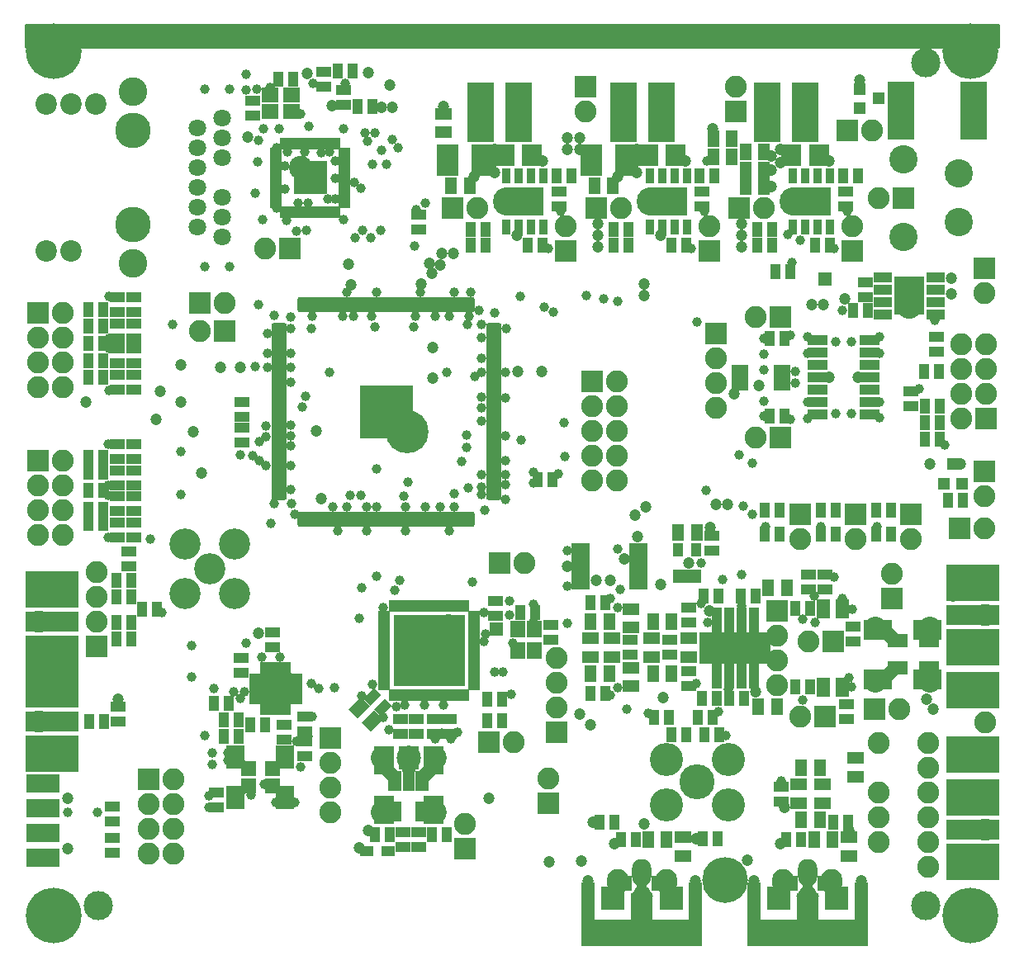
<source format=gbr>
G04 #@! TF.FileFunction,Soldermask,Top*
%FSLAX46Y46*%
G04 Gerber Fmt 4.6, Leading zero omitted, Abs format (unit mm)*
G04 Created by KiCad (PCBNEW 4.0.4-stable) date 11/03/16 20:40:00*
%MOMM*%
%LPD*%
G01*
G04 APERTURE LIST*
%ADD10C,0.100000*%
%ADD11R,1.543000X1.035000*%
%ADD12C,2.100000*%
%ADD13C,0.900000*%
%ADD14R,1.400000X1.400000*%
%ADD15R,0.650000X1.200000*%
%ADD16R,1.200000X0.650000*%
%ADD17R,3.200000X3.200000*%
%ADD18C,3.400000*%
%ADD19R,2.900000X2.900000*%
%ADD20R,7.400000X7.400000*%
%ADD21R,1.000000X2.600000*%
%ADD22R,7.400000X3.340000*%
%ADD23R,0.910000X1.500000*%
%ADD24R,3.900000X3.000000*%
%ADD25C,2.900000*%
%ADD26O,1.600000X0.680000*%
%ADD27O,0.680000X1.600000*%
%ADD28C,4.400000*%
%ADD29R,5.400000X5.400000*%
%ADD30R,3.400000X3.400000*%
%ADD31C,2.400000*%
%ADD32R,1.330000X1.330000*%
%ADD33R,1.035000X1.543000*%
%ADD34R,2.250000X2.250000*%
%ADD35C,2.250000*%
%ADD36R,2.000000X1.000000*%
%ADD37R,1.750000X0.800000*%
%ADD38R,1.850000X0.850000*%
%ADD39R,1.000000X1.450000*%
%ADD40R,1.289000X1.797000*%
%ADD41R,1.200000X1.300000*%
%ADD42R,2.800000X6.100000*%
%ADD43R,2.000000X2.200000*%
%ADD44R,1.300000X1.200000*%
%ADD45R,2.700000X6.000000*%
%ADD46R,1.797000X1.289000*%
%ADD47R,2.940000X2.050000*%
%ADD48R,2.050000X1.415000*%
%ADD49C,2.200000*%
%ADD50R,1.400000X0.800000*%
%ADD51C,3.600000*%
%ADD52R,1.400760X0.999440*%
%ADD53R,2.050000X2.940000*%
%ADD54R,1.415000X2.050000*%
%ADD55R,1.160000X2.050000*%
%ADD56R,2.050000X2.400000*%
%ADD57C,2.500000*%
%ADD58R,1.600000X1.800000*%
%ADD59R,2.178000X3.194000*%
%ADD60C,3.200000*%
%ADD61R,1.600000X1.600000*%
%ADD62R,1.950000X2.350000*%
%ADD63R,3.400000X1.900000*%
%ADD64C,1.800000*%
%ADD65C,3.650000*%
%ADD66C,2.940000*%
%ADD67C,3.000000*%
%ADD68R,1.800000X1.600000*%
%ADD69C,1.200000*%
%ADD70R,5.400000X2.000000*%
%ADD71R,5.400000X3.700000*%
%ADD72R,1.900000X1.050000*%
%ADD73R,3.100000X4.000000*%
%ADD74C,5.700000*%
%ADD75C,4.700000*%
%ADD76R,12.400000X2.800000*%
%ADD77R,1.100000X1.650000*%
%ADD78O,2.200000X2.600000*%
%ADD79O,2.000000X2.800000*%
%ADD80R,2.400000X2.400000*%
%ADD81R,1.400000X4.400000*%
%ADD82R,1.100000X1.800000*%
%ADD83R,2.300000X4.680000*%
%ADD84C,1.000000*%
%ADD85C,0.254000*%
G04 APERTURE END LIST*
D10*
D11*
X25400000Y-67938000D03*
X25400000Y-69462000D03*
D12*
X25255000Y-74220715D03*
D13*
X26755000Y-74720715D03*
X26755000Y-72720715D03*
X26755000Y-73820715D03*
X25655000Y-72720715D03*
X24755000Y-72720715D03*
D14*
X26455000Y-73020715D03*
X26455000Y-74420715D03*
X25055000Y-73020715D03*
D15*
X24505000Y-75820715D03*
X25005000Y-75820715D03*
X25505000Y-75820715D03*
X26005000Y-75820715D03*
X26505000Y-75820715D03*
X27005000Y-75820715D03*
D16*
X27855000Y-74970715D03*
X27855000Y-74470715D03*
X27855000Y-73970715D03*
X27855000Y-73470715D03*
X27855000Y-72970715D03*
X27855000Y-72470715D03*
D15*
X27005000Y-71620715D03*
X26505000Y-71620715D03*
X26005000Y-71620715D03*
X25505000Y-71620715D03*
X25005000Y-71620715D03*
X24505000Y-71620715D03*
D16*
X23655000Y-72470715D03*
X23655000Y-72970715D03*
X23655000Y-73470715D03*
X23655000Y-73970715D03*
X23655000Y-74470715D03*
X23655000Y-74970715D03*
D17*
X25755000Y-73720715D03*
D14*
X25055000Y-74420715D03*
D13*
X26255000Y-73220715D03*
D18*
X43500000Y-67800000D03*
D13*
X44500000Y-72800000D03*
X44500000Y-71300000D03*
X43000000Y-72800000D03*
X43000000Y-71300000D03*
X38500000Y-72800000D03*
X40000000Y-72800000D03*
X40000000Y-66800000D03*
X38500000Y-66800000D03*
X38500000Y-68300000D03*
X40000000Y-68300000D03*
X40000000Y-71300000D03*
X38500000Y-71300000D03*
X38500000Y-69800000D03*
X40000000Y-69800000D03*
X44500000Y-69800000D03*
X43000000Y-69800000D03*
X41500000Y-66800000D03*
X41500000Y-68300000D03*
X41500000Y-72800000D03*
X41500000Y-71300000D03*
D19*
X43250000Y-71550000D03*
X39750000Y-71550000D03*
X39750000Y-68050000D03*
D15*
X45250000Y-65200000D03*
X44750000Y-65200000D03*
X44250000Y-65200000D03*
X43750000Y-65200000D03*
X43250000Y-65200000D03*
X42750000Y-65200000D03*
X42250000Y-65200000D03*
X41750000Y-65200000D03*
X41250000Y-65200000D03*
X40750000Y-65200000D03*
X40250000Y-65200000D03*
X39750000Y-65200000D03*
X39250000Y-65200000D03*
X38750000Y-65200000D03*
X38250000Y-65200000D03*
X37750000Y-65200000D03*
D16*
X36900000Y-66050000D03*
X36900000Y-66550000D03*
X36900000Y-67050000D03*
X36900000Y-67550000D03*
X36900000Y-68050000D03*
X36900000Y-68550000D03*
X36900000Y-69050000D03*
X36900000Y-69550000D03*
X36900000Y-70050000D03*
X36900000Y-70550000D03*
X36900000Y-71050000D03*
X36900000Y-71550000D03*
X36900000Y-72050000D03*
X36900000Y-72550000D03*
X36900000Y-73050000D03*
X36900000Y-73550000D03*
D15*
X37750000Y-74400000D03*
X38250000Y-74400000D03*
X38750000Y-74400000D03*
X39250000Y-74400000D03*
X39750000Y-74400000D03*
X40250000Y-74400000D03*
X40750000Y-74400000D03*
X41250000Y-74400000D03*
X41750000Y-74400000D03*
X42250000Y-74400000D03*
X42750000Y-74400000D03*
X43250000Y-74400000D03*
X43750000Y-74400000D03*
X44250000Y-74400000D03*
X44750000Y-74400000D03*
X45250000Y-74400000D03*
D16*
X46100000Y-73550000D03*
X46100000Y-73050000D03*
X46100000Y-72550000D03*
X46100000Y-72050000D03*
X46100000Y-71550000D03*
X46100000Y-71050000D03*
X46100000Y-70550000D03*
X46100000Y-70050000D03*
X46100000Y-69550000D03*
X46100000Y-69050000D03*
X46100000Y-68550000D03*
X46100000Y-68050000D03*
X46100000Y-67550000D03*
X46100000Y-67050000D03*
X46100000Y-66550000D03*
X46100000Y-66050000D03*
D20*
X41500000Y-69800000D03*
D19*
X43250000Y-68050000D03*
D13*
X41500000Y-69800000D03*
X71395000Y-70325000D03*
X74395000Y-70325000D03*
X71395000Y-68825000D03*
D12*
X74700000Y-68950000D03*
D13*
X72895000Y-70325000D03*
D21*
X74800000Y-66700000D03*
X73530000Y-66700000D03*
X72260000Y-66700000D03*
X70990000Y-66700000D03*
X70990000Y-72450000D03*
X72260000Y-72450000D03*
X73530000Y-72450000D03*
X74800000Y-72450000D03*
D22*
X72895000Y-69575000D03*
D13*
X72895000Y-68825000D03*
X52500000Y-23750000D03*
D23*
X49395000Y-21100000D03*
X49395000Y-26400000D03*
X50665000Y-21100000D03*
X50665000Y-26400000D03*
X51935000Y-21100000D03*
X51935000Y-26400000D03*
X53205000Y-21100000D03*
X53205000Y-26400000D03*
D24*
X51300000Y-23750000D03*
D25*
X49500000Y-23750000D03*
D13*
X51500000Y-23750000D03*
X67200000Y-23750000D03*
D23*
X64095000Y-21100000D03*
X64095000Y-26400000D03*
X65365000Y-21100000D03*
X65365000Y-26400000D03*
X66635000Y-21100000D03*
X66635000Y-26400000D03*
X67905000Y-21100000D03*
X67905000Y-26400000D03*
D24*
X66000000Y-23750000D03*
D25*
X64200000Y-23750000D03*
D13*
X66200000Y-23750000D03*
X81900000Y-23750000D03*
D23*
X78795000Y-21100000D03*
X78795000Y-26400000D03*
X80065000Y-21100000D03*
X80065000Y-26400000D03*
X81335000Y-21100000D03*
X81335000Y-26400000D03*
X82605000Y-21100000D03*
X82605000Y-26400000D03*
D24*
X80700000Y-23750000D03*
D25*
X78900000Y-23750000D03*
D13*
X80900000Y-23750000D03*
X38600000Y-43800000D03*
X37100000Y-46800000D03*
X37100000Y-45300000D03*
X35600000Y-45300000D03*
X38600000Y-45300000D03*
X35600000Y-43800000D03*
X37100000Y-43800000D03*
D26*
X48100000Y-54050000D03*
X48100000Y-53550000D03*
X48100000Y-53050000D03*
X48100000Y-52550000D03*
X48100000Y-52050000D03*
X48100000Y-51550000D03*
X48100000Y-51050000D03*
X48100000Y-50550000D03*
X48100000Y-50050000D03*
X48100000Y-49550000D03*
X48100000Y-49050000D03*
X48100000Y-48550000D03*
X48100000Y-48050000D03*
X48100000Y-47550000D03*
X48100000Y-47050000D03*
X48100000Y-46550000D03*
X48100000Y-46050000D03*
X48100000Y-45550000D03*
X48100000Y-45050000D03*
X48100000Y-44550000D03*
X48100000Y-44050000D03*
X48100000Y-43550000D03*
X48100000Y-43050000D03*
X48100000Y-42550000D03*
X48100000Y-42050000D03*
X48100000Y-41550000D03*
X48100000Y-41050000D03*
X48100000Y-40550000D03*
X48100000Y-40050000D03*
X48100000Y-39550000D03*
X48100000Y-39050000D03*
X48100000Y-38550000D03*
X48100000Y-38050000D03*
X48100000Y-37550000D03*
X48100000Y-37050000D03*
X48100000Y-36550000D03*
D27*
X45850000Y-34300000D03*
X45350000Y-34300000D03*
X44850000Y-34300000D03*
X44350000Y-34300000D03*
X43850000Y-34300000D03*
X43350000Y-34300000D03*
X42850000Y-34300000D03*
X42350000Y-34300000D03*
X41850000Y-34300000D03*
X41350000Y-34300000D03*
X40850000Y-34300000D03*
X40350000Y-34300000D03*
X39850000Y-34300000D03*
X39350000Y-34300000D03*
X38850000Y-34300000D03*
X38350000Y-34300000D03*
X37850000Y-34300000D03*
X37350000Y-34300000D03*
X36850000Y-34300000D03*
X36350000Y-34300000D03*
X35850000Y-34300000D03*
X35350000Y-34300000D03*
X34850000Y-34300000D03*
X34350000Y-34300000D03*
X33850000Y-34300000D03*
X33350000Y-34300000D03*
X32850000Y-34300000D03*
X32350000Y-34300000D03*
X31850000Y-34300000D03*
X31350000Y-34300000D03*
X30850000Y-34300000D03*
X30350000Y-34300000D03*
X29850000Y-34300000D03*
X29350000Y-34300000D03*
X28850000Y-34300000D03*
X28350000Y-34300000D03*
D26*
X26100000Y-36550000D03*
X26100000Y-37050000D03*
X26100000Y-37550000D03*
X26100000Y-38050000D03*
X26100000Y-38550000D03*
X26100000Y-39050000D03*
X26100000Y-39550000D03*
X26100000Y-40050000D03*
X26100000Y-40550000D03*
X26100000Y-41050000D03*
X26100000Y-41550000D03*
X26100000Y-42050000D03*
X26100000Y-42550000D03*
X26100000Y-43050000D03*
X26100000Y-43550000D03*
X26100000Y-44050000D03*
X26100000Y-44550000D03*
X26100000Y-45050000D03*
X26100000Y-45550000D03*
X26100000Y-46050000D03*
X26100000Y-46550000D03*
X26100000Y-47050000D03*
X26100000Y-47550000D03*
X26100000Y-48050000D03*
X26100000Y-48550000D03*
X26100000Y-49050000D03*
X26100000Y-49550000D03*
X26100000Y-50050000D03*
X26100000Y-50550000D03*
X26100000Y-51050000D03*
X26100000Y-51550000D03*
X26100000Y-52050000D03*
X26100000Y-52550000D03*
X26100000Y-53050000D03*
X26100000Y-53550000D03*
X26100000Y-54050000D03*
D27*
X28350000Y-56300000D03*
X28850000Y-56300000D03*
X29350000Y-56300000D03*
X29850000Y-56300000D03*
X30350000Y-56300000D03*
X30850000Y-56300000D03*
X31350000Y-56300000D03*
X31850000Y-56300000D03*
X32350000Y-56300000D03*
X32850000Y-56300000D03*
X33350000Y-56300000D03*
X33850000Y-56300000D03*
X34350000Y-56300000D03*
X34850000Y-56300000D03*
X35350000Y-56300000D03*
X35850000Y-56300000D03*
X36350000Y-56300000D03*
X36850000Y-56300000D03*
X37350000Y-56300000D03*
X37850000Y-56300000D03*
X38350000Y-56300000D03*
X38850000Y-56300000D03*
X39350000Y-56300000D03*
X39850000Y-56300000D03*
X40350000Y-56300000D03*
X40850000Y-56300000D03*
X41350000Y-56300000D03*
X41850000Y-56300000D03*
X42350000Y-56300000D03*
X42850000Y-56300000D03*
X43350000Y-56300000D03*
X43850000Y-56300000D03*
X44350000Y-56300000D03*
X44850000Y-56300000D03*
X45350000Y-56300000D03*
X45850000Y-56300000D03*
D28*
X39200000Y-47400000D03*
D29*
X37100000Y-45300000D03*
D13*
X35600000Y-46800000D03*
D16*
X25816525Y-18565000D03*
X25816525Y-19065000D03*
X25816525Y-19565000D03*
X25816525Y-20065000D03*
X25816525Y-20565000D03*
X25816525Y-21065000D03*
X25816525Y-21565000D03*
X25816525Y-22065000D03*
X25816525Y-22565000D03*
X25816525Y-23065000D03*
X25816525Y-23565000D03*
X25816525Y-24065000D03*
D15*
X26566525Y-24815000D03*
X27066525Y-24815000D03*
X27566525Y-24815000D03*
X28066525Y-24815000D03*
X28566525Y-24815000D03*
X29066525Y-24815000D03*
X29566525Y-24815000D03*
X30066525Y-24815000D03*
X30566525Y-24815000D03*
X31066525Y-24815000D03*
X31566525Y-24815000D03*
X32066525Y-24815000D03*
D16*
X32816525Y-24065000D03*
X32816525Y-23565000D03*
X32816525Y-23065000D03*
X32816525Y-22565000D03*
X32816525Y-22065000D03*
X32816525Y-21565000D03*
X32816525Y-21065000D03*
X32816525Y-20565000D03*
X32816525Y-20065000D03*
X32816525Y-19565000D03*
X32816525Y-19065000D03*
X32816525Y-18565000D03*
D15*
X32066525Y-17815000D03*
X31566525Y-17815000D03*
X31066525Y-17815000D03*
X30566525Y-17815000D03*
X30066525Y-17815000D03*
X29566525Y-17815000D03*
X29066525Y-17815000D03*
X28566525Y-17815000D03*
X28066525Y-17815000D03*
X27566525Y-17815000D03*
X27066525Y-17815000D03*
X26566525Y-17815000D03*
D30*
X29316525Y-21315000D03*
D31*
X28316525Y-20315000D03*
D13*
X29941525Y-21940000D03*
X28691525Y-21940000D03*
X29941525Y-20690000D03*
D32*
X29941525Y-21940000D03*
X28691525Y-21940000D03*
X28691525Y-20690000D03*
X29941525Y-20690000D03*
D14*
X82100000Y-31700000D03*
D33*
X77462000Y-55400000D03*
X75938000Y-55400000D03*
X83162000Y-55400000D03*
X81638000Y-55400000D03*
X88862000Y-55400000D03*
X87338000Y-55400000D03*
D34*
X79500000Y-55800000D03*
D35*
X79500000Y-58340000D03*
D34*
X85200000Y-55800000D03*
D35*
X85200000Y-58340000D03*
D34*
X90900000Y-55800000D03*
D35*
X90900000Y-58340000D03*
D33*
X75938000Y-57900000D03*
X77462000Y-57900000D03*
X81638000Y-57900000D03*
X83162000Y-57900000D03*
X87338000Y-57900000D03*
X88862000Y-57900000D03*
D36*
X81350000Y-45610000D03*
X86650000Y-45610000D03*
X81350000Y-44340000D03*
X86650000Y-44340000D03*
X81350000Y-43070000D03*
X86650000Y-43070000D03*
X81350000Y-41800000D03*
X86650000Y-41800000D03*
X81350000Y-40530000D03*
X86650000Y-40530000D03*
X81350000Y-39260000D03*
X86650000Y-39260000D03*
X81350000Y-37990000D03*
X86650000Y-37990000D03*
D33*
X77962000Y-45800000D03*
X76438000Y-45800000D03*
X77962000Y-37800000D03*
X76438000Y-37800000D03*
D37*
X73350000Y-42775000D03*
X77650000Y-42775000D03*
X73350000Y-42125000D03*
X77650000Y-42125000D03*
X73350000Y-41475000D03*
X77650000Y-41475000D03*
X73350000Y-40825000D03*
X77650000Y-40825000D03*
D34*
X70900000Y-37300000D03*
D35*
X70900000Y-39840000D03*
X70900000Y-42380000D03*
X70900000Y-44920000D03*
D34*
X98400000Y-30600000D03*
D35*
X98400000Y-33140000D03*
D34*
X98570000Y-46010000D03*
D35*
X96030000Y-46010000D03*
X98570000Y-43470000D03*
X96030000Y-43470000D03*
X98570000Y-40930000D03*
X96030000Y-40930000D03*
X98570000Y-38390000D03*
X96030000Y-38390000D03*
D11*
X93500000Y-39162000D03*
X93500000Y-37638000D03*
D33*
X92238000Y-41200000D03*
X93762000Y-41200000D03*
X92338000Y-46400000D03*
X93862000Y-46400000D03*
X92338000Y-44700000D03*
X93862000Y-44700000D03*
D34*
X77500000Y-35600000D03*
D35*
X74960000Y-35600000D03*
D34*
X77500000Y-48000000D03*
D35*
X74960000Y-48000000D03*
D34*
X95900000Y-57300000D03*
D35*
X98440000Y-57300000D03*
D33*
X92338000Y-48100000D03*
X93862000Y-48100000D03*
D11*
X90900000Y-44762000D03*
X90900000Y-43238000D03*
D38*
X62950000Y-59250000D03*
X57050000Y-59250000D03*
X62950000Y-59900000D03*
X57050000Y-59900000D03*
X62950000Y-60550000D03*
X57050000Y-60550000D03*
X62950000Y-61200000D03*
X57050000Y-61200000D03*
X62950000Y-61850000D03*
X57050000Y-61850000D03*
X62950000Y-62500000D03*
X57050000Y-62500000D03*
X62950000Y-63150000D03*
X57050000Y-63150000D03*
D39*
X67000000Y-62200000D03*
X67950000Y-62200000D03*
X68900000Y-62200000D03*
X68900000Y-59500000D03*
X67000000Y-59500000D03*
D40*
X67047500Y-57700000D03*
X68952500Y-57700000D03*
D11*
X70500000Y-59562000D03*
X70500000Y-58038000D03*
X77600000Y-85262000D03*
X77600000Y-83738000D03*
D33*
X60462000Y-87400000D03*
X58938000Y-87400000D03*
D11*
X80400000Y-63562000D03*
X80400000Y-62038000D03*
X82100000Y-62038000D03*
X82100000Y-63562000D03*
D33*
X96262000Y-54400000D03*
X94738000Y-54400000D03*
D41*
X94250000Y-52700000D03*
X95200000Y-50700000D03*
X96150000Y-52700000D03*
D34*
X98400000Y-51400000D03*
D35*
X98400000Y-53940000D03*
D33*
X84938000Y-34900000D03*
X86462000Y-34900000D03*
D11*
X86200000Y-32038000D03*
X86200000Y-33562000D03*
D33*
X77038000Y-30900000D03*
X78562000Y-30900000D03*
D34*
X57500000Y-12000000D03*
D35*
X57500000Y-14540000D03*
D34*
X90100000Y-23400000D03*
D35*
X87560000Y-23400000D03*
D25*
X95800000Y-20900000D03*
X95800000Y-25900000D03*
X90100000Y-19450000D03*
X90100000Y-27350000D03*
D34*
X72900000Y-14500000D03*
D35*
X72900000Y-11960000D03*
D33*
X83938000Y-21100000D03*
X85462000Y-21100000D03*
X81038000Y-28200000D03*
X82562000Y-28200000D03*
X75138000Y-26600000D03*
X76662000Y-26600000D03*
D42*
X80050000Y-14600000D03*
X76150000Y-14600000D03*
D11*
X84200000Y-24262000D03*
X84200000Y-22738000D03*
D34*
X73300000Y-24400000D03*
D35*
X75840000Y-24400000D03*
D34*
X84900000Y-28800000D03*
D35*
X84900000Y-26260000D03*
D43*
X81450000Y-19000000D03*
X78650000Y-19000000D03*
D40*
X72552500Y-19200000D03*
X70647500Y-19200000D03*
X72552500Y-17300000D03*
X70647500Y-17300000D03*
X73947500Y-22200000D03*
X75852500Y-22200000D03*
X73947500Y-20500000D03*
X75852500Y-20500000D03*
X73947500Y-18700000D03*
X75852500Y-18700000D03*
D33*
X75138000Y-28200000D03*
X76662000Y-28200000D03*
D34*
X43900000Y-24400000D03*
D35*
X46440000Y-24400000D03*
D34*
X55500000Y-28800000D03*
D35*
X55500000Y-26260000D03*
D34*
X84400000Y-16500000D03*
D35*
X86940000Y-16500000D03*
D34*
X58600000Y-24400000D03*
D35*
X61140000Y-24400000D03*
D34*
X70200000Y-28800000D03*
D35*
X70200000Y-26260000D03*
D44*
X85600000Y-12250000D03*
X87600000Y-13200000D03*
X85600000Y-14150000D03*
D45*
X97300000Y-14400000D03*
X89900000Y-14400000D03*
D46*
X85200000Y-80847500D03*
X85200000Y-82752500D03*
D34*
X87200000Y-75800000D03*
D35*
X89740000Y-75800000D03*
D34*
X82100000Y-76600000D03*
D35*
X79560000Y-76600000D03*
D34*
X88900000Y-64500000D03*
D35*
X88900000Y-61960000D03*
D34*
X82900000Y-68900000D03*
D35*
X80360000Y-68900000D03*
D47*
X92540000Y-72740000D03*
X92540000Y-67660000D03*
X87460000Y-72740000D03*
X87460000Y-67660000D03*
D48*
X92730000Y-71597500D03*
X92730000Y-68802500D03*
X89550000Y-71597500D03*
X89550000Y-68802500D03*
D10*
G36*
X89719949Y-72105000D02*
X88730000Y-73094949D01*
X87740051Y-72105000D01*
X88730000Y-71115051D01*
X89719949Y-72105000D01*
X89719949Y-72105000D01*
G37*
G36*
X89719949Y-68295000D02*
X88730000Y-69284949D01*
X87740051Y-68295000D01*
X88730000Y-67305051D01*
X89719949Y-68295000D01*
X89719949Y-68295000D01*
G37*
D49*
X87206000Y-67406000D03*
X87206000Y-72994000D03*
X92794000Y-72994000D03*
X92794000Y-67406000D03*
D35*
X92640000Y-79320000D03*
X92640000Y-84400000D03*
X92640000Y-86940000D03*
X92640000Y-89480000D03*
X87560000Y-89480000D03*
X87560000Y-86940000D03*
X87560000Y-84400000D03*
X87560000Y-79320000D03*
X92640000Y-81860000D03*
X92640000Y-92020000D03*
D34*
X47600000Y-79200000D03*
D35*
X50140000Y-79200000D03*
D34*
X53700000Y-85500000D03*
D35*
X53700000Y-82960000D03*
D50*
X83900000Y-74200000D03*
X83900000Y-73550000D03*
X83900000Y-72900000D03*
X81950000Y-72900000D03*
X81950000Y-73550000D03*
X81950000Y-74200000D03*
X83900000Y-66200000D03*
X83900000Y-65550000D03*
X83900000Y-64900000D03*
X81950000Y-64900000D03*
X81950000Y-65550000D03*
X81950000Y-66200000D03*
D40*
X77152500Y-75600000D03*
X75247500Y-75600000D03*
X78152500Y-63400000D03*
X76247500Y-63400000D03*
D33*
X80562000Y-73500000D03*
X79038000Y-73500000D03*
D11*
X84300000Y-75338000D03*
X84300000Y-76862000D03*
D33*
X80562000Y-65500000D03*
X79038000Y-65500000D03*
D11*
X85000000Y-67338000D03*
X85000000Y-68862000D03*
D34*
X54600000Y-78200000D03*
D35*
X54600000Y-75660000D03*
X54600000Y-73120000D03*
X54600000Y-70580000D03*
D34*
X45200000Y-90100000D03*
D35*
X45200000Y-87560000D03*
D34*
X48700000Y-60800000D03*
D35*
X51240000Y-60800000D03*
D18*
X72200000Y-81000000D03*
X65800000Y-81000000D03*
X65800000Y-85600000D03*
X72200000Y-85600000D03*
D51*
X69000000Y-83300000D03*
D33*
X64538000Y-76700000D03*
X66062000Y-76700000D03*
X84412000Y-87400000D03*
X82888000Y-87400000D03*
X78138000Y-89200000D03*
X79662000Y-89200000D03*
D46*
X79400000Y-85452500D03*
X79400000Y-83547500D03*
D40*
X63947500Y-89200000D03*
X65852500Y-89200000D03*
X79647500Y-87200000D03*
X81552500Y-87200000D03*
X79647500Y-81800000D03*
X81552500Y-81800000D03*
D46*
X81800000Y-85452500D03*
X81800000Y-83547500D03*
D40*
X80947500Y-89200000D03*
X82852500Y-89200000D03*
D46*
X67500000Y-88947500D03*
X67500000Y-90852500D03*
X84500000Y-88947500D03*
X84500000Y-90852500D03*
D33*
X69538000Y-89100000D03*
X71062000Y-89100000D03*
X61138000Y-89200000D03*
X62662000Y-89200000D03*
X71262000Y-78400000D03*
X69738000Y-78400000D03*
X66338000Y-78400000D03*
X67862000Y-78400000D03*
X70562000Y-76700000D03*
X69038000Y-76700000D03*
D34*
X77200000Y-65700000D03*
D35*
X77200000Y-68240000D03*
X77200000Y-70780000D03*
X77200000Y-73320000D03*
D33*
X70962000Y-74700000D03*
X69438000Y-74700000D03*
X73762000Y-74700000D03*
X72238000Y-74700000D03*
X74962000Y-64200000D03*
X73438000Y-64200000D03*
X71162000Y-64200000D03*
X69638000Y-64200000D03*
X59562000Y-74200000D03*
X58038000Y-74200000D03*
D11*
X66200000Y-70262000D03*
X66200000Y-68738000D03*
X62100000Y-70262000D03*
X62100000Y-68738000D03*
D33*
X58038000Y-64900000D03*
X59562000Y-64900000D03*
D40*
X66352500Y-72200000D03*
X64447500Y-72200000D03*
D46*
X62200000Y-73452500D03*
X62200000Y-71547500D03*
D40*
X59952500Y-72200000D03*
X58047500Y-72200000D03*
X64447500Y-66800000D03*
X66352500Y-66800000D03*
D46*
X62200000Y-67452500D03*
X62200000Y-65547500D03*
D40*
X58047500Y-66800000D03*
X59952500Y-66800000D03*
D46*
X68100000Y-68547500D03*
X68100000Y-70452500D03*
X64300000Y-68547500D03*
X64300000Y-70452500D03*
X60200000Y-68547500D03*
X60200000Y-70452500D03*
X58000000Y-68547500D03*
X58000000Y-70452500D03*
D11*
X68100000Y-73462000D03*
X68100000Y-71938000D03*
X68100000Y-65438000D03*
X68100000Y-66962000D03*
D33*
X35938000Y-88700000D03*
X37462000Y-88700000D03*
D11*
X40400000Y-88438000D03*
X40400000Y-89962000D03*
D52*
X35100180Y-90400000D03*
X37299820Y-90400000D03*
D43*
X52050000Y-19000000D03*
X49250000Y-19000000D03*
X66750000Y-19000000D03*
X63950000Y-19000000D03*
D34*
X12730000Y-82990000D03*
D35*
X15270000Y-82990000D03*
X12730000Y-85530000D03*
X15270000Y-85530000D03*
X12730000Y-88070000D03*
X15270000Y-88070000D03*
X12730000Y-90610000D03*
X15270000Y-90610000D03*
D34*
X20500000Y-37000000D03*
D35*
X17960000Y-37000000D03*
D34*
X27200000Y-28600000D03*
D35*
X24660000Y-28600000D03*
D34*
X18000000Y-34200000D03*
D35*
X20540000Y-34200000D03*
D11*
X9600000Y-77062000D03*
X9600000Y-75538000D03*
X22300000Y-48462000D03*
X22300000Y-46938000D03*
X22300000Y-44338000D03*
X22300000Y-45862000D03*
D53*
X36860000Y-86140000D03*
X41940000Y-86140000D03*
X36860000Y-81060000D03*
D10*
G36*
X38820000Y-82530000D02*
X38370000Y-79590000D01*
X40430000Y-79590000D01*
X39980000Y-82530000D01*
X38820000Y-82530000D01*
X38820000Y-82530000D01*
G37*
D53*
X41940000Y-81060000D03*
D54*
X38002500Y-86330000D03*
X40797500Y-86330000D03*
X38002500Y-83150000D03*
D55*
X39400000Y-83150000D03*
D54*
X40797500Y-83150000D03*
D10*
G36*
X37495000Y-83319949D02*
X36505051Y-82330000D01*
X37495000Y-81340051D01*
X38484949Y-82330000D01*
X37495000Y-83319949D01*
X37495000Y-83319949D01*
G37*
G36*
X41305000Y-83319949D02*
X40315051Y-82330000D01*
X41305000Y-81340051D01*
X42294949Y-82330000D01*
X41305000Y-83319949D01*
X41305000Y-83319949D01*
G37*
D56*
X39400000Y-80790000D03*
D49*
X42194000Y-80806000D03*
D57*
X39400000Y-80806000D03*
D49*
X36606000Y-80806000D03*
X36606000Y-86394000D03*
X42194000Y-86394000D03*
D11*
X38800000Y-89962000D03*
X38800000Y-88438000D03*
D33*
X41738000Y-88700000D03*
X43262000Y-88700000D03*
D11*
X38600000Y-78362000D03*
X38600000Y-76838000D03*
X40200000Y-78362000D03*
X40200000Y-76838000D03*
D58*
X52250000Y-69800000D03*
X52250000Y-67600000D03*
X50550000Y-67600000D03*
X50550000Y-69800000D03*
D11*
X54000000Y-68662000D03*
X54000000Y-67138000D03*
D33*
X50838000Y-65900000D03*
X52362000Y-65900000D03*
X48962000Y-77000000D03*
X47438000Y-77000000D03*
X48962000Y-74800000D03*
X47438000Y-74800000D03*
D14*
X48400000Y-67600000D03*
D11*
X42000000Y-78362000D03*
X42000000Y-76838000D03*
X48300000Y-64738000D03*
X48300000Y-66262000D03*
X43600000Y-76838000D03*
X43600000Y-78362000D03*
D10*
G36*
X36764585Y-76793914D02*
X35493914Y-78064585D01*
X34582453Y-77153124D01*
X35853124Y-75882453D01*
X36764585Y-76793914D01*
X36764585Y-76793914D01*
G37*
G36*
X35417547Y-75446876D02*
X34146876Y-76717547D01*
X33235415Y-75806086D01*
X34506086Y-74535415D01*
X35417547Y-75446876D01*
X35417547Y-75446876D01*
G37*
G36*
X37650276Y-75459210D02*
X36559210Y-76550276D01*
X35827354Y-75818420D01*
X36918420Y-74727354D01*
X37650276Y-75459210D01*
X37650276Y-75459210D01*
G37*
G36*
X36572646Y-74381580D02*
X35481580Y-75472646D01*
X34749724Y-74740790D01*
X35840790Y-73649724D01*
X36572646Y-74381580D01*
X36572646Y-74381580D01*
G37*
D33*
X54538000Y-21100000D03*
X56062000Y-21100000D03*
X51638000Y-28200000D03*
X53162000Y-28200000D03*
X45738000Y-26600000D03*
X47262000Y-26600000D03*
D42*
X50650000Y-14600000D03*
X46750000Y-14600000D03*
D11*
X54800000Y-24262000D03*
X54800000Y-22738000D03*
D59*
X43422000Y-19500000D03*
X46978000Y-19500000D03*
D40*
X43747500Y-22100000D03*
X45652500Y-22100000D03*
D46*
X43000000Y-16652500D03*
X43000000Y-14747500D03*
D33*
X45738000Y-28200000D03*
X47262000Y-28200000D03*
D42*
X65350000Y-14600000D03*
X61450000Y-14600000D03*
D33*
X69238000Y-21100000D03*
X70762000Y-21100000D03*
X66338000Y-28200000D03*
X67862000Y-28200000D03*
X60438000Y-26600000D03*
X61962000Y-26600000D03*
D11*
X69500000Y-24262000D03*
X69500000Y-22738000D03*
D60*
X19000000Y-61400000D03*
X16460000Y-58860000D03*
X21540000Y-58860000D03*
X21540000Y-63940000D03*
X16460000Y-63940000D03*
D59*
X58122000Y-19500000D03*
X61678000Y-19500000D03*
D40*
X58447500Y-22100000D03*
X60352500Y-22100000D03*
D33*
X60438000Y-28200000D03*
X61962000Y-28200000D03*
X8162000Y-77100000D03*
X6638000Y-77100000D03*
D11*
X22200000Y-70538000D03*
X22200000Y-72062000D03*
D34*
X31400000Y-78800000D03*
D35*
X31400000Y-81340000D03*
X31400000Y-83880000D03*
X31400000Y-86420000D03*
D33*
X19438000Y-75200000D03*
X20962000Y-75200000D03*
X23138000Y-77400000D03*
X24662000Y-77400000D03*
X21962000Y-76900000D03*
X20438000Y-76900000D03*
D61*
X23000000Y-83650000D03*
X25400000Y-83650000D03*
X25400000Y-81950000D03*
X23000000Y-81950000D03*
D62*
X21660000Y-84900000D03*
X26740000Y-84900000D03*
X26740000Y-80700000D03*
X21660000Y-80700000D03*
D10*
G36*
X22400000Y-84736396D02*
X21763604Y-84100000D01*
X22400000Y-83463604D01*
X23036396Y-84100000D01*
X22400000Y-84736396D01*
X22400000Y-84736396D01*
G37*
G36*
X26000000Y-84736396D02*
X25363604Y-84100000D01*
X26000000Y-83463604D01*
X26636396Y-84100000D01*
X26000000Y-84736396D01*
X26000000Y-84736396D01*
G37*
G36*
X26000000Y-82136396D02*
X25363604Y-81500000D01*
X26000000Y-80863604D01*
X26636396Y-81500000D01*
X26000000Y-82136396D01*
X26000000Y-82136396D01*
G37*
G36*
X22400000Y-82136396D02*
X21763604Y-81500000D01*
X22400000Y-80863604D01*
X23036396Y-81500000D01*
X22400000Y-82136396D01*
X22400000Y-82136396D01*
G37*
D11*
X19700000Y-84338000D03*
X19700000Y-85862000D03*
D33*
X20438000Y-78600000D03*
X21962000Y-78600000D03*
D11*
X28700000Y-79138000D03*
X28700000Y-80662000D03*
X26600000Y-78962000D03*
X26600000Y-77438000D03*
X28700000Y-76538000D03*
X28700000Y-78062000D03*
X10700000Y-61162000D03*
X10700000Y-59638000D03*
D33*
X12038000Y-65600000D03*
X13562000Y-65600000D03*
X10962000Y-62600000D03*
X9438000Y-62600000D03*
X10962000Y-68600000D03*
X9438000Y-68600000D03*
X9438000Y-64300000D03*
X10962000Y-64300000D03*
X9438000Y-66900000D03*
X10962000Y-66900000D03*
X8062000Y-56800000D03*
X6538000Y-56800000D03*
X8062000Y-55300000D03*
X6538000Y-55300000D03*
D11*
X11200000Y-56638000D03*
X11200000Y-58162000D03*
X11200000Y-55462000D03*
X11200000Y-53938000D03*
D33*
X8062000Y-51500000D03*
X6538000Y-51500000D03*
X8062000Y-50000000D03*
X6538000Y-50000000D03*
D11*
X11200000Y-51338000D03*
X11200000Y-52862000D03*
X11200000Y-50162000D03*
X11200000Y-48638000D03*
X9500000Y-56638000D03*
X9500000Y-58162000D03*
X9500000Y-55462000D03*
X9500000Y-53938000D03*
X9500000Y-51338000D03*
X9500000Y-52862000D03*
X9500000Y-50162000D03*
X9500000Y-48638000D03*
D33*
X8062000Y-38300000D03*
X6538000Y-38300000D03*
X8062000Y-41800000D03*
X6538000Y-41800000D03*
X8062000Y-40100000D03*
X6538000Y-40100000D03*
D11*
X11200000Y-41538000D03*
X11200000Y-43062000D03*
X11200000Y-40362000D03*
X11200000Y-38838000D03*
D33*
X8062000Y-36500000D03*
X6538000Y-36500000D03*
X8062000Y-34800000D03*
X6538000Y-34800000D03*
D11*
X11200000Y-36238000D03*
X11200000Y-37762000D03*
X11200000Y-35062000D03*
X11200000Y-33538000D03*
D33*
X8062000Y-53400000D03*
X6538000Y-53400000D03*
D11*
X9500000Y-41538000D03*
X9500000Y-43062000D03*
X9500000Y-40362000D03*
X9500000Y-38838000D03*
X9500000Y-36238000D03*
X9500000Y-37762000D03*
X9500000Y-35062000D03*
X9500000Y-33538000D03*
X9000000Y-90562000D03*
X9000000Y-89038000D03*
X9000000Y-85838000D03*
X9000000Y-87362000D03*
D63*
X1900000Y-83450000D03*
X1900000Y-85950000D03*
X1900000Y-88550000D03*
X1900000Y-91050000D03*
D34*
X7400000Y-69400000D03*
D35*
X7400000Y-66860000D03*
X7400000Y-64320000D03*
X7400000Y-61780000D03*
D34*
X1430000Y-50290000D03*
D35*
X3970000Y-50290000D03*
X1430000Y-52830000D03*
X3970000Y-52830000D03*
X1430000Y-55370000D03*
X3970000Y-55370000D03*
X1430000Y-57910000D03*
X3970000Y-57910000D03*
D34*
X1430000Y-35190000D03*
D35*
X3970000Y-35190000D03*
X1430000Y-37730000D03*
X3970000Y-37730000D03*
X1430000Y-40270000D03*
X3970000Y-40270000D03*
X1430000Y-42810000D03*
X3970000Y-42810000D03*
D33*
X52638000Y-52300000D03*
X54162000Y-52300000D03*
D34*
X58230000Y-42220000D03*
D35*
X60770000Y-42220000D03*
X58230000Y-44760000D03*
X60770000Y-44760000D03*
X58230000Y-47300000D03*
X60770000Y-47300000D03*
X58230000Y-49840000D03*
X60770000Y-49840000D03*
X58230000Y-52380000D03*
X60770000Y-52380000D03*
D11*
X40400000Y-25138000D03*
X40400000Y-26662000D03*
D33*
X35662000Y-14000000D03*
X34138000Y-14000000D03*
X33662000Y-10400000D03*
X32138000Y-10400000D03*
D11*
X32700000Y-13862000D03*
X32700000Y-12338000D03*
X30700000Y-10438000D03*
X30700000Y-11962000D03*
D33*
X27562000Y-11200000D03*
X26038000Y-11200000D03*
D11*
X23400000Y-14962000D03*
X23400000Y-13438000D03*
D64*
X17700000Y-26380000D03*
X17700000Y-24350000D03*
X17700000Y-22320000D03*
X17700000Y-20280000D03*
X17700000Y-18250000D03*
X17700000Y-16220000D03*
X20240000Y-27400000D03*
X20240000Y-25370000D03*
X20240000Y-23340000D03*
X20240000Y-19260000D03*
X20240000Y-17230000D03*
X20240000Y-15200000D03*
D49*
X4750000Y-28820000D03*
X2210000Y-28820000D03*
X7290000Y-13780000D03*
X4750000Y-13780000D03*
X2210000Y-13780000D03*
D65*
X11100000Y-26125000D03*
X11100000Y-16475000D03*
D66*
X11100000Y-30090000D03*
X11100000Y-12510000D03*
D67*
X92400000Y-96000000D03*
X7600000Y-96000000D03*
X92400000Y-9500000D03*
D68*
X27400000Y-12850000D03*
X25200000Y-12850000D03*
X25200000Y-14550000D03*
X27400000Y-14550000D03*
D69*
X18200000Y-51600000D03*
X13500000Y-46100000D03*
X17300000Y-47400000D03*
X13900000Y-43200000D03*
D70*
X2800000Y-77100000D03*
D71*
X2800000Y-73800000D03*
X2800000Y-80400000D03*
D35*
X1500000Y-77100000D03*
X1500000Y-79640000D03*
X1500000Y-74560000D03*
D70*
X2800000Y-66800000D03*
D71*
X2800000Y-63500000D03*
X2800000Y-70100000D03*
D35*
X1500000Y-66800000D03*
X1500000Y-69340000D03*
X1500000Y-64260000D03*
D70*
X97200000Y-66200000D03*
D71*
X97200000Y-69500000D03*
X97200000Y-62900000D03*
D35*
X98500000Y-66200000D03*
X98500000Y-63660000D03*
X98500000Y-68740000D03*
D70*
X97200000Y-88200000D03*
D71*
X97200000Y-91500000D03*
X97200000Y-84900000D03*
D35*
X98500000Y-88200000D03*
X98500000Y-85660000D03*
X98500000Y-90740000D03*
D71*
X97200000Y-80500000D03*
X97200000Y-73900000D03*
D35*
X98500000Y-77200000D03*
X98500000Y-79740000D03*
X98500000Y-74660000D03*
D13*
X90100000Y-32400000D03*
D72*
X88000000Y-31495000D03*
X88000000Y-32765000D03*
X88000000Y-34035000D03*
X88000000Y-35305000D03*
X93400000Y-35305000D03*
X93400000Y-34035000D03*
X93400000Y-32765000D03*
X93400000Y-31495000D03*
D73*
X90700000Y-33400000D03*
D13*
X91300000Y-32400000D03*
D31*
X90700000Y-34600000D03*
D74*
X97000000Y-8300000D03*
X97000000Y-97000000D03*
X3000000Y-97000000D03*
X3000000Y-8300000D03*
D75*
X71800000Y-93300000D03*
D13*
X62600000Y-98000000D03*
X61600000Y-98000000D03*
X60600000Y-98000000D03*
X59600000Y-98000000D03*
X58600000Y-98000000D03*
X58600000Y-99000000D03*
X59600000Y-99000000D03*
X60600000Y-99000000D03*
X61600000Y-99000000D03*
X62600000Y-99000000D03*
X68000000Y-99000000D03*
X67000000Y-99000000D03*
X66000000Y-99000000D03*
X65000000Y-99000000D03*
X64000000Y-99000000D03*
X64000000Y-98000000D03*
X65000000Y-98000000D03*
X66000000Y-98000000D03*
X67000000Y-98000000D03*
X63300000Y-98500000D03*
X64000000Y-97000000D03*
X62600000Y-97000000D03*
X63300000Y-97500000D03*
X64000000Y-96000000D03*
X62600000Y-96000000D03*
X63300000Y-96500000D03*
X63300000Y-95500000D03*
X62600000Y-95000000D03*
X64000000Y-95000000D03*
X63300000Y-94500000D03*
X68000000Y-98000000D03*
D76*
X63300000Y-98800000D03*
D77*
X61800000Y-93700000D03*
D78*
X60800000Y-93500000D03*
X65800000Y-93500000D03*
D79*
X63300000Y-92600000D03*
D80*
X66300000Y-95200000D03*
X60300000Y-95200000D03*
D81*
X68800000Y-95800000D03*
X57800000Y-95800000D03*
D77*
X64800000Y-93700000D03*
D82*
X63300000Y-93700000D03*
D10*
G36*
X62150000Y-95062500D02*
X62675000Y-94137500D01*
X63925000Y-94137500D01*
X64450000Y-95062500D01*
X62150000Y-95062500D01*
X62150000Y-95062500D01*
G37*
D83*
X63300000Y-97000000D03*
D13*
X79600000Y-98000000D03*
X78600000Y-98000000D03*
X77600000Y-98000000D03*
X76600000Y-98000000D03*
X75600000Y-98000000D03*
X75600000Y-99000000D03*
X76600000Y-99000000D03*
X77600000Y-99000000D03*
X78600000Y-99000000D03*
X79600000Y-99000000D03*
X85000000Y-99000000D03*
X84000000Y-99000000D03*
X83000000Y-99000000D03*
X82000000Y-99000000D03*
X81000000Y-99000000D03*
X81000000Y-98000000D03*
X82000000Y-98000000D03*
X83000000Y-98000000D03*
X84000000Y-98000000D03*
X80300000Y-98500000D03*
X81000000Y-97000000D03*
X79600000Y-97000000D03*
X80300000Y-97500000D03*
X81000000Y-96000000D03*
X79600000Y-96000000D03*
X80300000Y-96500000D03*
X80300000Y-95500000D03*
X79600000Y-95000000D03*
X81000000Y-95000000D03*
X80300000Y-94500000D03*
X85000000Y-98000000D03*
D76*
X80300000Y-98800000D03*
D77*
X78800000Y-93700000D03*
D78*
X77800000Y-93500000D03*
X82800000Y-93500000D03*
D79*
X80300000Y-92600000D03*
D80*
X83300000Y-95200000D03*
X77300000Y-95200000D03*
D81*
X85800000Y-95800000D03*
X74800000Y-95800000D03*
D77*
X81800000Y-93700000D03*
D82*
X80300000Y-93700000D03*
D10*
G36*
X79150000Y-95062500D02*
X79675000Y-94137500D01*
X80925000Y-94137500D01*
X81450000Y-95062500D01*
X79150000Y-95062500D01*
X79150000Y-95062500D01*
G37*
D83*
X80300000Y-97000000D03*
D84*
X23400000Y-49800000D03*
D69*
X4400000Y-85000000D03*
D84*
X24100000Y-50300000D03*
X22100000Y-49700000D03*
D69*
X41800000Y-31100000D03*
X42600000Y-30300000D03*
X41500000Y-30100000D03*
X44000000Y-29100000D03*
X42800000Y-29100000D03*
X37700000Y-14100000D03*
X36600000Y-14100000D03*
D84*
X45600000Y-35500000D03*
X27300000Y-50800000D03*
X24900000Y-39300000D03*
X46900000Y-51800000D03*
X42600000Y-55100000D03*
X41100000Y-55100000D03*
X46900000Y-39800000D03*
X46900000Y-37700000D03*
X27300000Y-42300000D03*
X42100000Y-35500000D03*
X33700000Y-35500000D03*
X29500000Y-35500000D03*
X31600000Y-55100000D03*
X36100000Y-55100000D03*
X29100000Y-23900000D03*
X31100000Y-23500000D03*
X31900000Y-23500000D03*
X31900000Y-21400000D03*
X26900000Y-25700000D03*
X31300000Y-18700000D03*
X22700000Y-10700000D03*
X27900000Y-26800000D03*
X24800000Y-50800000D03*
D69*
X4400000Y-90100000D03*
D84*
X24800000Y-47900000D03*
D69*
X72100000Y-54800000D03*
X93200000Y-75800000D03*
X70900000Y-54800000D03*
D84*
X81100000Y-66900000D03*
D69*
X62600000Y-55900000D03*
X63700000Y-55100000D03*
X62900000Y-58100000D03*
X72800000Y-43500000D03*
X80700000Y-34300000D03*
X81900000Y-34300000D03*
X63500000Y-33400000D03*
X63500000Y-32200000D03*
X85500000Y-41800000D03*
X58800000Y-26000000D03*
X58800000Y-27200000D03*
X58800000Y-28400000D03*
D84*
X79800000Y-74900000D03*
D69*
X56900000Y-18400000D03*
X56900000Y-17200000D03*
X55700000Y-17200000D03*
X55700000Y-18400000D03*
X30400000Y-54200000D03*
X29900000Y-47300000D03*
X22100000Y-40800000D03*
X20100000Y-40800000D03*
D84*
X14100000Y-65900000D03*
X12900000Y-58400000D03*
D69*
X50600000Y-41200000D03*
X53000000Y-41200000D03*
D84*
X52200000Y-51500000D03*
X52200000Y-52600000D03*
X46900000Y-46300000D03*
X49300000Y-41300000D03*
X27300000Y-46700000D03*
X32100000Y-57500000D03*
X35100000Y-57500000D03*
X39100000Y-57500000D03*
X43600000Y-57500000D03*
D69*
X58300000Y-87400000D03*
D84*
X28300000Y-14800000D03*
X23800000Y-12200000D03*
X25200000Y-12100000D03*
X22700000Y-12300000D03*
D69*
X4900000Y-75000000D03*
X4900000Y-79200000D03*
X4900000Y-81600000D03*
X4900000Y-72600000D03*
X4900000Y-71300000D03*
X4900000Y-68900000D03*
X4900000Y-64700000D03*
X4900000Y-62300000D03*
X95200000Y-92700000D03*
X95200000Y-90300000D03*
X95200000Y-86100000D03*
X95200000Y-83700000D03*
X95200000Y-81700000D03*
X95200000Y-79300000D03*
X95200000Y-75100000D03*
X95200000Y-72700000D03*
X95200000Y-70700000D03*
X95200000Y-68300000D03*
X95200000Y-61700000D03*
X95200000Y-64200000D03*
X37500000Y-11800000D03*
D84*
X94400000Y-48700000D03*
X91700000Y-43000000D03*
D69*
X96000000Y-50700000D03*
X92800000Y-50700000D03*
D84*
X83000000Y-62300000D03*
X60800000Y-59400000D03*
X61800000Y-75800000D03*
X60800000Y-73600000D03*
X71600000Y-62500000D03*
D69*
X70300000Y-57200000D03*
X68100000Y-60800000D03*
X61500000Y-60400000D03*
D84*
X60800000Y-65400000D03*
X61100000Y-63500000D03*
D69*
X55700000Y-61200000D03*
D84*
X55700000Y-63200000D03*
X55700000Y-59600000D03*
D69*
X95000000Y-33200000D03*
D84*
X75800000Y-45800000D03*
X75800000Y-44200000D03*
X75800000Y-41000000D03*
X75800000Y-39400000D03*
X75800000Y-37800000D03*
D69*
X75300000Y-42600000D03*
D84*
X83900000Y-34900000D03*
X84800000Y-45500000D03*
X83200000Y-45500000D03*
X84800000Y-38100000D03*
X83200000Y-38100000D03*
D69*
X82500000Y-41800000D03*
D84*
X77600000Y-83200000D03*
D69*
X70200000Y-65700000D03*
D84*
X70100000Y-66900000D03*
X70000000Y-19600000D03*
D69*
X70600000Y-16300000D03*
D84*
X83000000Y-28600000D03*
X84400000Y-24800000D03*
D69*
X76600000Y-19100000D03*
X77500000Y-19800000D03*
X77500000Y-18400000D03*
X76600000Y-22200000D03*
X76600000Y-20500000D03*
X85600000Y-11300000D03*
X43000000Y-14000000D03*
X85800000Y-93400000D03*
X74800000Y-93400000D03*
X74100000Y-91300000D03*
X68800000Y-93400000D03*
X57100000Y-91400000D03*
X57800000Y-93400000D03*
X53800000Y-91500000D03*
X47600000Y-85000000D03*
D84*
X60100000Y-64500000D03*
X60100000Y-74400000D03*
X64000000Y-76200000D03*
X71900000Y-78500000D03*
X71200000Y-76100000D03*
X84900000Y-65600000D03*
X84800000Y-73500000D03*
X49900000Y-74300000D03*
X55700000Y-67000000D03*
X52200000Y-65100000D03*
X49300000Y-43900000D03*
D69*
X34300000Y-90000000D03*
X35300000Y-88300000D03*
D84*
X69700000Y-24800000D03*
X68400000Y-28600000D03*
D69*
X62800000Y-18400000D03*
X48200000Y-20800000D03*
X46100000Y-21200000D03*
X48200000Y-19600000D03*
X48200000Y-18400000D03*
D84*
X55000000Y-24800000D03*
X53700000Y-28600000D03*
X42100000Y-78900000D03*
X43700000Y-78900000D03*
X44400000Y-78200000D03*
X42800000Y-78300000D03*
X24000000Y-34300000D03*
X18500000Y-12200000D03*
X21000000Y-12200000D03*
X21000000Y-30400000D03*
X18500000Y-30400000D03*
X32900000Y-11600000D03*
X29600000Y-11600000D03*
X43300000Y-41300000D03*
D69*
X41900000Y-41900000D03*
X41900000Y-38700000D03*
D84*
X31300000Y-41300000D03*
X39300000Y-52500000D03*
X36100000Y-51200000D03*
X53300000Y-34600000D03*
X54200000Y-35100000D03*
X60800000Y-34000000D03*
X57600000Y-33400000D03*
X59400000Y-33700000D03*
X29200000Y-16000000D03*
X26100000Y-16300000D03*
X50800000Y-33500000D03*
X32700000Y-16300000D03*
X17100000Y-72500000D03*
X17100000Y-69300000D03*
X18500000Y-78500000D03*
X19300000Y-80300000D03*
X19300000Y-81500000D03*
X18900000Y-85900000D03*
X25800000Y-85400000D03*
X27700000Y-85400000D03*
X28300000Y-81700000D03*
X29100000Y-78600000D03*
X49700000Y-64700000D03*
X49700000Y-66200000D03*
X50100000Y-69000000D03*
X52200000Y-66800000D03*
X27400000Y-54700000D03*
X45300000Y-49000000D03*
X27300000Y-40800000D03*
X28800000Y-43700000D03*
X27300000Y-35600000D03*
X24100000Y-48400000D03*
X24800000Y-46800000D03*
X40000000Y-28300000D03*
X34500000Y-22400000D03*
X33800000Y-21800000D03*
X28900000Y-26700000D03*
X32700000Y-25600000D03*
X8700000Y-43100000D03*
X8700000Y-33500000D03*
X8600000Y-58200000D03*
X8600000Y-48600000D03*
X8600000Y-53900000D03*
X8600000Y-52900000D03*
X35700000Y-73300000D03*
X38100000Y-75600000D03*
X45900000Y-62800000D03*
X27900000Y-79100000D03*
X24600000Y-83500000D03*
X19400000Y-73700000D03*
X22700000Y-69000000D03*
X45800000Y-33100000D03*
X47200000Y-55400000D03*
X55400000Y-49900000D03*
X54700000Y-51700000D03*
X27300000Y-48800000D03*
X27300000Y-47800000D03*
X46900000Y-43800000D03*
X25300000Y-56800000D03*
X33400000Y-53900000D03*
X34500000Y-53900000D03*
X46900000Y-53000000D03*
X45500000Y-53100000D03*
X46900000Y-53800000D03*
X44100000Y-53700000D03*
X38900000Y-54000000D03*
X44100000Y-55100000D03*
X39100000Y-55100000D03*
X46900000Y-44900000D03*
X46200000Y-41700000D03*
X46900000Y-41300000D03*
X45400000Y-36400000D03*
X48200000Y-35200000D03*
X46900000Y-36400000D03*
X27300000Y-39300000D03*
X39900000Y-36600000D03*
X40100000Y-35500000D03*
X35900000Y-36600000D03*
X35600000Y-35500000D03*
X32600000Y-35500000D03*
X29400000Y-36800000D03*
X25600000Y-54700000D03*
X33100000Y-55100000D03*
X35100000Y-55100000D03*
X43600000Y-35500000D03*
X27300000Y-36800000D03*
X24400000Y-25600000D03*
X23700000Y-22900000D03*
X23900000Y-19700000D03*
X24500000Y-16300000D03*
X8700000Y-38800000D03*
X8700000Y-37800000D03*
X37400000Y-77900000D03*
D69*
X60800000Y-21200000D03*
X62800000Y-20800000D03*
X62800000Y-19600000D03*
X35300000Y-10500000D03*
D84*
X27000000Y-18700000D03*
X25900000Y-18200000D03*
X25850000Y-24450000D03*
X41100000Y-23900000D03*
D69*
X40700000Y-32200000D03*
X33200000Y-30200000D03*
X33500000Y-32300000D03*
D84*
X44100000Y-33100000D03*
X28100000Y-23900000D03*
X30450000Y-18750000D03*
X31900000Y-19600000D03*
X40600000Y-33100000D03*
X36100000Y-33100000D03*
X33100000Y-33100000D03*
X28700000Y-18700000D03*
D69*
X31500000Y-13900000D03*
X22900000Y-17100000D03*
X29000000Y-10600000D03*
D84*
X26700000Y-20100000D03*
X26700000Y-22500000D03*
X33900000Y-27500000D03*
X34700000Y-26700000D03*
X35500000Y-27500000D03*
X36500000Y-26700000D03*
X35700000Y-19900000D03*
X37100000Y-19900000D03*
X35200000Y-17600000D03*
X37700000Y-17400000D03*
X34900000Y-16700000D03*
X35900000Y-16700000D03*
X40200000Y-24600000D03*
X24000000Y-17500000D03*
X49300000Y-54300000D03*
X49300000Y-52800000D03*
X49300000Y-51800000D03*
X49300000Y-50300000D03*
X44800000Y-50400000D03*
X50900000Y-48200000D03*
X49300000Y-47800000D03*
X45300000Y-47700000D03*
X55300000Y-46400000D03*
X49400000Y-36800000D03*
X46600000Y-34900000D03*
X25600000Y-35400000D03*
X24900000Y-37300000D03*
X28500000Y-44800000D03*
X27300000Y-53300000D03*
X27700000Y-55800000D03*
X36600000Y-18500000D03*
X38300000Y-18200000D03*
X38000000Y-63600000D03*
X34600000Y-63400000D03*
X38500000Y-62600000D03*
X36100000Y-62200000D03*
X16000000Y-49400000D03*
X15200000Y-36400000D03*
X16000000Y-53800000D03*
D69*
X16000000Y-44300000D03*
D84*
X23700000Y-40700000D03*
D69*
X16000000Y-40500000D03*
D84*
X24900000Y-40800000D03*
D69*
X6300000Y-44300000D03*
D84*
X20900000Y-80300000D03*
X20900000Y-81100000D03*
X24300000Y-70500000D03*
X21500000Y-74000000D03*
X22100000Y-74700000D03*
X29500000Y-76600000D03*
X29400000Y-73200000D03*
X26200000Y-70500000D03*
X22600000Y-74000000D03*
X18900000Y-84700000D03*
X23200000Y-84600000D03*
D69*
X24000000Y-68000000D03*
D84*
X78300000Y-27100000D03*
D69*
X82500000Y-19600000D03*
X65200000Y-27200000D03*
X67800000Y-19600000D03*
X53100000Y-19600000D03*
X50500000Y-27200000D03*
D84*
X39000000Y-75400000D03*
X41000000Y-75400000D03*
X43000000Y-75400000D03*
X47100000Y-68900000D03*
X36800000Y-65400000D03*
X47100000Y-65900000D03*
X47300000Y-68100000D03*
X34300000Y-66500000D03*
X34600000Y-74500000D03*
X36800000Y-76700000D03*
X48200000Y-72000000D03*
X49100000Y-72000000D03*
D69*
X9600000Y-74800000D03*
D84*
X4400000Y-86400000D03*
X7500000Y-86400000D03*
X69400000Y-65000000D03*
X68900000Y-73200000D03*
X72200000Y-73800000D03*
X73500000Y-65200000D03*
D69*
X58000000Y-77400000D03*
X60100000Y-62600000D03*
X77900000Y-85900000D03*
X60500000Y-89600000D03*
X68900000Y-89100000D03*
X63500000Y-87600000D03*
X56900000Y-76300000D03*
X58600000Y-62600000D03*
X77500000Y-89600000D03*
X84550000Y-88300000D03*
X92500000Y-74800000D03*
D84*
X31800000Y-73600000D03*
X30200000Y-73700000D03*
X83900000Y-64500000D03*
X84500000Y-72600000D03*
X79800000Y-66600000D03*
X81000000Y-64200000D03*
D69*
X65500000Y-74600000D03*
X65200000Y-63000000D03*
X95000000Y-31600000D03*
X73500000Y-26000000D03*
X73500000Y-27200000D03*
X73500000Y-28400000D03*
X84100000Y-33700000D03*
X75000000Y-74000000D03*
D84*
X69900000Y-53400000D03*
X73500000Y-62000000D03*
X69400000Y-60800000D03*
X69000000Y-36100000D03*
X73300000Y-49700000D03*
X73700000Y-55000000D03*
X74600000Y-55800000D03*
X74600000Y-50600000D03*
X76000000Y-57100000D03*
X81700000Y-57100000D03*
X87400000Y-57100000D03*
X78500000Y-46100000D03*
X79000000Y-42400000D03*
X79000000Y-41200000D03*
X78500000Y-37500000D03*
X80300000Y-46000000D03*
X80300000Y-44300000D03*
X80300000Y-37600000D03*
X80300000Y-39300000D03*
X87700000Y-37600000D03*
X87700000Y-39300000D03*
X87700000Y-45900000D03*
X87700000Y-44300000D03*
X93300000Y-35900000D03*
X78700000Y-30000000D03*
X79500000Y-27700000D03*
D85*
G36*
X99873000Y-7873000D02*
X127000Y-7873000D01*
X127000Y-5627000D01*
X99873000Y-5627000D01*
X99873000Y-7873000D01*
X99873000Y-7873000D01*
G37*
X99873000Y-7873000D02*
X127000Y-7873000D01*
X127000Y-5627000D01*
X99873000Y-5627000D01*
X99873000Y-7873000D01*
M02*

</source>
